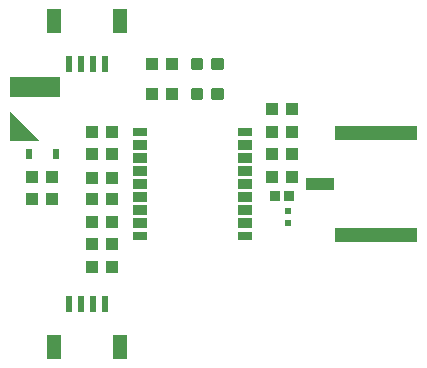
<source format=gtp>
G04 EAGLE Gerber RS-274X export*
G75*
%MOMM*%
%FSLAX34Y34*%
%LPD*%
%INSolderpaste Top*%
%IPPOS*%
%AMOC8*
5,1,8,0,0,1.08239X$1,22.5*%
G01*
%ADD10R,1.200000X2.000000*%
%ADD11R,0.600000X1.350000*%
%ADD12R,1.100000X1.000000*%
%ADD13R,4.200000X1.700000*%
%ADD14C,0.300000*%
%ADD15R,0.630000X0.830000*%
%ADD16R,0.850000X0.900000*%
%ADD17R,1.300000X0.800000*%
%ADD18R,1.300000X0.900000*%
%ADD19R,0.600000X0.600000*%
%ADD20R,2.400000X1.100000*%
%ADD21R,7.000000X1.250000*%

G36*
X60742Y188863D02*
X60742Y188863D01*
X60786Y188866D01*
X60808Y188882D01*
X60834Y188890D01*
X60863Y188923D01*
X60898Y188949D01*
X60908Y188975D01*
X60926Y188995D01*
X60933Y189039D01*
X60948Y189079D01*
X60943Y189106D01*
X60947Y189133D01*
X60929Y189174D01*
X60920Y189216D01*
X60894Y189252D01*
X60890Y189261D01*
X60885Y189265D01*
X60876Y189276D01*
X36876Y213276D01*
X36838Y213297D01*
X36805Y213326D01*
X36778Y213330D01*
X36754Y213343D01*
X36710Y213340D01*
X36667Y213347D01*
X36642Y213336D01*
X36614Y213334D01*
X36579Y213308D01*
X36539Y213290D01*
X36524Y213267D01*
X36502Y213251D01*
X36486Y213210D01*
X36462Y213174D01*
X36455Y213130D01*
X36452Y213121D01*
X36453Y213114D01*
X36451Y213100D01*
X36451Y189100D01*
X36456Y189084D01*
X36453Y189067D01*
X36475Y189017D01*
X36490Y188966D01*
X36503Y188955D01*
X36510Y188939D01*
X36555Y188909D01*
X36595Y188874D01*
X36612Y188871D01*
X36627Y188862D01*
X36700Y188851D01*
X60700Y188851D01*
X60742Y188863D01*
G37*
D10*
X73600Y14050D03*
X129600Y14050D03*
D11*
X86600Y50800D03*
X96600Y50800D03*
X106600Y50800D03*
X116600Y50800D03*
D10*
X129600Y290750D03*
X73600Y290750D03*
D11*
X116600Y254000D03*
X106600Y254000D03*
X96600Y254000D03*
X86600Y254000D03*
D12*
X122800Y196850D03*
X105800Y196850D03*
X122800Y177800D03*
X105800Y177800D03*
X55000Y139700D03*
X72000Y139700D03*
D13*
X57500Y234400D03*
D12*
X105800Y82550D03*
X122800Y82550D03*
X105800Y101600D03*
X122800Y101600D03*
D14*
X208470Y250500D02*
X208470Y257500D01*
X215470Y257500D01*
X215470Y250500D01*
X208470Y250500D01*
X208470Y253350D02*
X215470Y253350D01*
X215470Y256200D02*
X208470Y256200D01*
X190930Y257500D02*
X190930Y250500D01*
X190930Y257500D02*
X197930Y257500D01*
X197930Y250500D01*
X190930Y250500D01*
X190930Y253350D02*
X197930Y253350D01*
X197930Y256200D02*
X190930Y256200D01*
D15*
X52000Y177800D03*
X75000Y177800D03*
D12*
X55000Y158750D03*
X72000Y158750D03*
X173600Y254000D03*
X156600Y254000D03*
X258200Y177800D03*
X275200Y177800D03*
X258200Y196850D03*
X275200Y196850D03*
D14*
X208470Y225100D02*
X208470Y232100D01*
X215470Y232100D01*
X215470Y225100D01*
X208470Y225100D01*
X208470Y227950D02*
X215470Y227950D01*
X215470Y230800D02*
X208470Y230800D01*
X190930Y232100D02*
X190930Y225100D01*
X190930Y232100D02*
X197930Y232100D01*
X197930Y225100D01*
X190930Y225100D01*
X190930Y227950D02*
X197930Y227950D01*
X197930Y230800D02*
X190930Y230800D01*
D12*
X173600Y228600D03*
X156600Y228600D03*
D16*
X272500Y142240D03*
X260900Y142240D03*
D12*
X275200Y158750D03*
X258200Y158750D03*
X122800Y139700D03*
X105800Y139700D03*
X122800Y120650D03*
X105800Y120650D03*
X258200Y215900D03*
X275200Y215900D03*
X122800Y157480D03*
X105800Y157480D03*
D17*
X146000Y196400D03*
D18*
X146000Y185400D03*
X146000Y174400D03*
X146000Y163400D03*
X146000Y152400D03*
X146000Y141400D03*
X146000Y130400D03*
X146000Y119400D03*
D17*
X146000Y108400D03*
X235000Y108400D03*
D18*
X235000Y119400D03*
X235000Y130400D03*
X235000Y141400D03*
X235000Y152400D03*
X235000Y163400D03*
X235000Y174400D03*
X235000Y185400D03*
D17*
X235000Y196400D03*
D19*
X271780Y119460D03*
X271780Y129460D03*
D20*
X299100Y152400D03*
D21*
X346000Y195450D03*
X346000Y109350D03*
M02*

</source>
